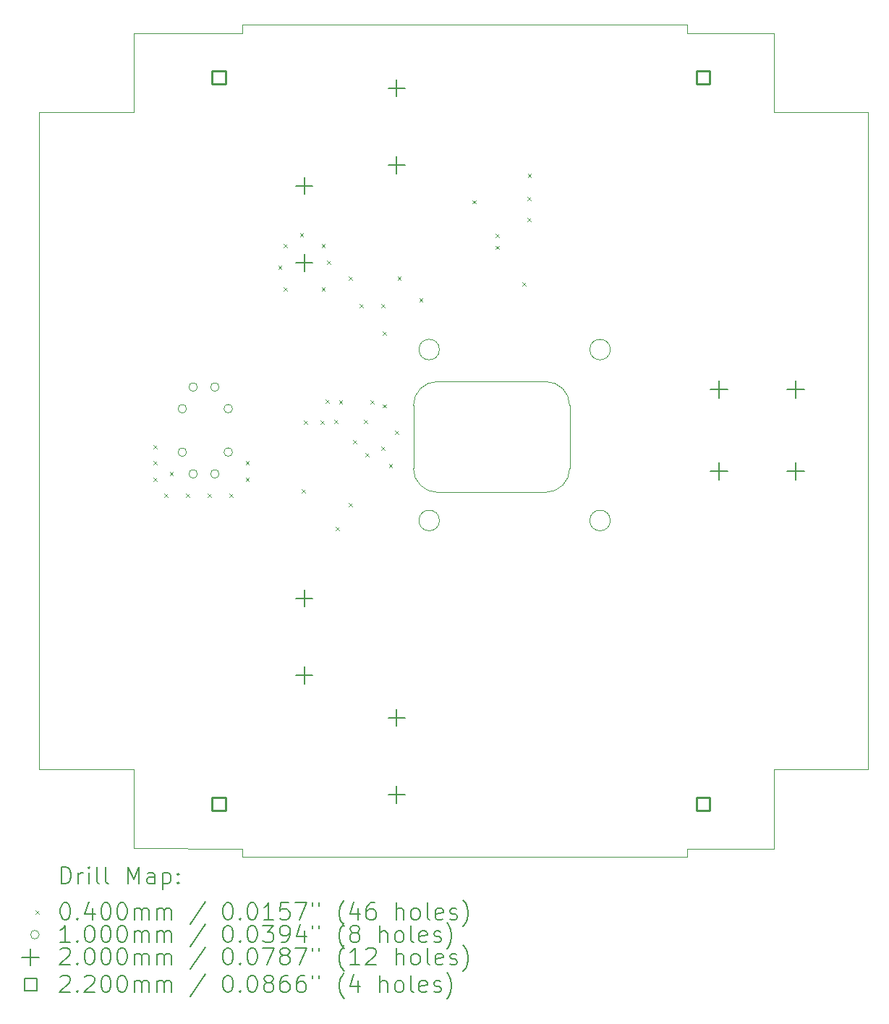
<source format=gbr>
%FSLAX45Y45*%
G04 Gerber Fmt 4.5, Leading zero omitted, Abs format (unit mm)*
G04 Created by KiCad (PCBNEW (6.0.5)) date 2022-07-09 16:01:30*
%MOMM*%
%LPD*%
G01*
G04 APERTURE LIST*
%TA.AperFunction,Profile*%
%ADD10C,0.050000*%
%TD*%
%ADD11C,0.200000*%
%ADD12C,0.040000*%
%ADD13C,0.100000*%
%ADD14C,0.220000*%
G04 APERTURE END LIST*
D10*
X17653000Y-4814000D02*
X18669000Y-4815840D01*
X17653000Y-14353800D02*
X17653000Y-14453800D01*
X12446000Y-14453800D02*
X12446000Y-14353800D01*
X17653000Y-14453800D02*
X12446000Y-14453800D01*
X11176000Y-14351000D02*
X12446000Y-14353800D01*
X17653000Y-14353800D02*
X18669000Y-14353800D01*
X14757000Y-10515500D02*
G75*
G03*
X14757000Y-10515500I-120000J0D01*
G01*
X16281400Y-9906000D02*
X16281400Y-9169400D01*
X16002000Y-10185400D02*
G75*
G03*
X16281400Y-9906000I0J279400D01*
G01*
X18669000Y-4815840D02*
X18669000Y-5740400D01*
X18669000Y-5740400D02*
X19771000Y-5740400D01*
X11176000Y-5737600D02*
X10074200Y-5737600D01*
X11176000Y-4813040D02*
X11176000Y-5737600D01*
X17653000Y-4714000D02*
X17653000Y-4814000D01*
X12446000Y-4714000D02*
X17653000Y-4714000D01*
X14757000Y-8515500D02*
G75*
G03*
X14757000Y-8515500I-120000J0D01*
G01*
X16002000Y-8890000D02*
X14732000Y-8890000D01*
X16757000Y-8515500D02*
G75*
G03*
X16757000Y-8515500I-120000J0D01*
G01*
X14732000Y-10185400D02*
X16002000Y-10185400D01*
X11176000Y-4813040D02*
X12446000Y-4814000D01*
X14452600Y-9169400D02*
X14452600Y-9906000D01*
X11176000Y-13426440D02*
X10074000Y-13426440D01*
X14732000Y-8890000D02*
G75*
G03*
X14452600Y-9169400I0J-279400D01*
G01*
X18669000Y-13429240D02*
X19770800Y-13429240D01*
X16757000Y-10515500D02*
G75*
G03*
X16757000Y-10515500I-120000J0D01*
G01*
X11176000Y-13426440D02*
X11176000Y-14351000D01*
X16281400Y-9169400D02*
G75*
G03*
X16002000Y-8890000I-279400J0D01*
G01*
X19771000Y-5740400D02*
X19770800Y-13429240D01*
X14452600Y-9906000D02*
G75*
G03*
X14732000Y-10185400I279400J0D01*
G01*
X10074200Y-5737600D02*
X10074000Y-13426440D01*
X12446000Y-4814000D02*
X12446000Y-4714000D01*
X18669000Y-13429240D02*
X18669000Y-14353800D01*
D11*
D12*
X11410000Y-9632000D02*
X11450000Y-9672000D01*
X11450000Y-9632000D02*
X11410000Y-9672000D01*
X11410000Y-9822500D02*
X11450000Y-9862500D01*
X11450000Y-9822500D02*
X11410000Y-9862500D01*
X11410000Y-10013000D02*
X11450000Y-10053000D01*
X11450000Y-10013000D02*
X11410000Y-10053000D01*
X11537000Y-10203500D02*
X11577000Y-10243500D01*
X11577000Y-10203500D02*
X11537000Y-10243500D01*
X11600500Y-9949500D02*
X11640500Y-9989500D01*
X11640500Y-9949500D02*
X11600500Y-9989500D01*
X11791000Y-10203500D02*
X11831000Y-10243500D01*
X11831000Y-10203500D02*
X11791000Y-10243500D01*
X12045000Y-10203500D02*
X12085000Y-10243500D01*
X12085000Y-10203500D02*
X12045000Y-10243500D01*
X12299000Y-10203500D02*
X12339000Y-10243500D01*
X12339000Y-10203500D02*
X12299000Y-10243500D01*
X12489500Y-9822500D02*
X12529500Y-9862500D01*
X12529500Y-9822500D02*
X12489500Y-9862500D01*
X12489500Y-10013000D02*
X12529500Y-10053000D01*
X12529500Y-10013000D02*
X12489500Y-10053000D01*
X12870500Y-7536500D02*
X12910500Y-7576500D01*
X12910500Y-7536500D02*
X12870500Y-7576500D01*
X12934000Y-7282500D02*
X12974000Y-7322500D01*
X12974000Y-7282500D02*
X12934000Y-7322500D01*
X12934000Y-7790500D02*
X12974000Y-7830500D01*
X12974000Y-7790500D02*
X12934000Y-7830500D01*
X13124500Y-7155500D02*
X13164500Y-7195500D01*
X13164500Y-7155500D02*
X13124500Y-7195500D01*
X13143550Y-10152700D02*
X13183550Y-10192700D01*
X13183550Y-10152700D02*
X13143550Y-10192700D01*
X13168950Y-9346250D02*
X13208950Y-9386250D01*
X13208950Y-9346250D02*
X13168950Y-9386250D01*
X13365800Y-9346250D02*
X13405800Y-9386250D01*
X13405800Y-9346250D02*
X13365800Y-9386250D01*
X13378500Y-7282500D02*
X13418500Y-7322500D01*
X13418500Y-7282500D02*
X13378500Y-7322500D01*
X13378500Y-7790500D02*
X13418500Y-7830500D01*
X13418500Y-7790500D02*
X13378500Y-7830500D01*
X13422950Y-9098600D02*
X13462950Y-9138600D01*
X13462950Y-9098600D02*
X13422950Y-9138600D01*
X13442000Y-7473000D02*
X13482000Y-7513000D01*
X13482000Y-7473000D02*
X13442000Y-7513000D01*
X13524550Y-9339900D02*
X13564550Y-9379900D01*
X13564550Y-9339900D02*
X13524550Y-9379900D01*
X13543600Y-10590850D02*
X13583600Y-10630850D01*
X13583600Y-10590850D02*
X13543600Y-10630850D01*
X13581700Y-9111300D02*
X13621700Y-9151300D01*
X13621700Y-9111300D02*
X13581700Y-9151300D01*
X13696000Y-7663500D02*
X13736000Y-7703500D01*
X13736000Y-7663500D02*
X13696000Y-7703500D01*
X13697500Y-10309950D02*
X13737500Y-10349950D01*
X13737500Y-10309950D02*
X13697500Y-10349950D01*
X13746800Y-9574850D02*
X13786800Y-9614850D01*
X13786800Y-9574850D02*
X13746800Y-9614850D01*
X13823000Y-7981000D02*
X13863000Y-8021000D01*
X13863000Y-7981000D02*
X13823000Y-8021000D01*
X13873800Y-9339900D02*
X13913800Y-9379900D01*
X13913800Y-9339900D02*
X13873800Y-9379900D01*
X13888321Y-9729071D02*
X13928321Y-9769071D01*
X13928321Y-9729071D02*
X13888321Y-9769071D01*
X13950000Y-9111300D02*
X13990000Y-9151300D01*
X13990000Y-9111300D02*
X13950000Y-9151300D01*
X14077000Y-7981000D02*
X14117000Y-8021000D01*
X14117000Y-7981000D02*
X14077000Y-8021000D01*
X14077000Y-9651050D02*
X14117000Y-9691050D01*
X14117000Y-9651050D02*
X14077000Y-9691050D01*
X14096050Y-8304850D02*
X14136050Y-8344850D01*
X14136050Y-8304850D02*
X14096050Y-8344850D01*
X14096050Y-9155750D02*
X14136050Y-9195750D01*
X14136050Y-9155750D02*
X14096050Y-9195750D01*
X14165900Y-9854250D02*
X14205900Y-9894250D01*
X14205900Y-9854250D02*
X14165900Y-9894250D01*
X14238400Y-9463200D02*
X14278400Y-9503200D01*
X14278400Y-9463200D02*
X14238400Y-9503200D01*
X14267500Y-7663500D02*
X14307500Y-7703500D01*
X14307500Y-7663500D02*
X14267500Y-7703500D01*
X14521500Y-7917500D02*
X14561500Y-7957500D01*
X14561500Y-7917500D02*
X14521500Y-7957500D01*
X15143800Y-6768150D02*
X15183800Y-6808150D01*
X15183800Y-6768150D02*
X15143800Y-6808150D01*
X15416850Y-7161850D02*
X15456850Y-7201850D01*
X15456850Y-7161850D02*
X15416850Y-7201850D01*
X15416850Y-7301550D02*
X15456850Y-7341550D01*
X15456850Y-7301550D02*
X15416850Y-7341550D01*
X15728000Y-7727000D02*
X15768000Y-7767000D01*
X15768000Y-7727000D02*
X15728000Y-7767000D01*
X15785150Y-6730050D02*
X15825150Y-6770050D01*
X15825150Y-6730050D02*
X15785150Y-6770050D01*
X15785150Y-6977700D02*
X15825150Y-7017700D01*
X15825150Y-6977700D02*
X15785150Y-7017700D01*
X15791500Y-6457000D02*
X15831500Y-6497000D01*
X15831500Y-6457000D02*
X15791500Y-6497000D01*
D13*
X11797500Y-9207500D02*
G75*
G03*
X11797500Y-9207500I-50000J0D01*
G01*
X11797500Y-9715500D02*
G75*
G03*
X11797500Y-9715500I-50000J0D01*
G01*
X11924500Y-8953500D02*
G75*
G03*
X11924500Y-8953500I-50000J0D01*
G01*
X11924500Y-9969500D02*
G75*
G03*
X11924500Y-9969500I-50000J0D01*
G01*
X12178500Y-8953500D02*
G75*
G03*
X12178500Y-8953500I-50000J0D01*
G01*
X12178500Y-9969500D02*
G75*
G03*
X12178500Y-9969500I-50000J0D01*
G01*
X12334500Y-9207500D02*
G75*
G03*
X12334500Y-9207500I-50000J0D01*
G01*
X12334500Y-9715500D02*
G75*
G03*
X12334500Y-9715500I-50000J0D01*
G01*
D11*
X13174500Y-6498500D02*
X13174500Y-6698500D01*
X13074500Y-6598500D02*
X13274500Y-6598500D01*
X13174500Y-7398500D02*
X13174500Y-7598500D01*
X13074500Y-7498500D02*
X13274500Y-7498500D01*
X13174500Y-11324500D02*
X13174500Y-11524500D01*
X13074500Y-11424500D02*
X13274500Y-11424500D01*
X13174500Y-12224500D02*
X13174500Y-12424500D01*
X13074500Y-12324500D02*
X13274500Y-12324500D01*
X14257500Y-5355500D02*
X14257500Y-5555500D01*
X14157500Y-5455500D02*
X14357500Y-5455500D01*
X14257500Y-6255500D02*
X14257500Y-6455500D01*
X14157500Y-6355500D02*
X14357500Y-6355500D01*
X14257500Y-12721500D02*
X14257500Y-12921500D01*
X14157500Y-12821500D02*
X14357500Y-12821500D01*
X14257500Y-13621500D02*
X14257500Y-13821500D01*
X14157500Y-13721500D02*
X14357500Y-13721500D01*
X18028500Y-8883500D02*
X18028500Y-9083500D01*
X17928500Y-8983500D02*
X18128500Y-8983500D01*
X18028500Y-9839500D02*
X18028500Y-10039500D01*
X17928500Y-9939500D02*
X18128500Y-9939500D01*
X18928500Y-8883500D02*
X18928500Y-9083500D01*
X18828500Y-8983500D02*
X19028500Y-8983500D01*
X18928500Y-9839500D02*
X18928500Y-10039500D01*
X18828500Y-9939500D02*
X19028500Y-9939500D01*
D14*
X12253782Y-5411783D02*
X12253782Y-5256218D01*
X12098217Y-5256218D01*
X12098217Y-5411783D01*
X12253782Y-5411783D01*
X12253782Y-13911782D02*
X12253782Y-13756217D01*
X12098217Y-13756217D01*
X12098217Y-13911782D01*
X12253782Y-13911782D01*
X17921183Y-5411783D02*
X17921183Y-5256218D01*
X17765618Y-5256218D01*
X17765618Y-5411783D01*
X17921183Y-5411783D01*
X17921183Y-13911782D02*
X17921183Y-13756217D01*
X17765618Y-13756217D01*
X17765618Y-13911782D01*
X17921183Y-13911782D01*
D11*
X10329119Y-14766776D02*
X10329119Y-14566776D01*
X10376738Y-14566776D01*
X10405310Y-14576300D01*
X10424357Y-14595348D01*
X10433881Y-14614395D01*
X10443405Y-14652490D01*
X10443405Y-14681062D01*
X10433881Y-14719157D01*
X10424357Y-14738205D01*
X10405310Y-14757252D01*
X10376738Y-14766776D01*
X10329119Y-14766776D01*
X10529119Y-14766776D02*
X10529119Y-14633443D01*
X10529119Y-14671538D02*
X10538643Y-14652490D01*
X10548167Y-14642967D01*
X10567214Y-14633443D01*
X10586262Y-14633443D01*
X10652929Y-14766776D02*
X10652929Y-14633443D01*
X10652929Y-14566776D02*
X10643405Y-14576300D01*
X10652929Y-14585824D01*
X10662452Y-14576300D01*
X10652929Y-14566776D01*
X10652929Y-14585824D01*
X10776738Y-14766776D02*
X10757690Y-14757252D01*
X10748167Y-14738205D01*
X10748167Y-14566776D01*
X10881500Y-14766776D02*
X10862452Y-14757252D01*
X10852929Y-14738205D01*
X10852929Y-14566776D01*
X11110071Y-14766776D02*
X11110071Y-14566776D01*
X11176738Y-14709633D01*
X11243405Y-14566776D01*
X11243405Y-14766776D01*
X11424357Y-14766776D02*
X11424357Y-14662014D01*
X11414833Y-14642967D01*
X11395786Y-14633443D01*
X11357690Y-14633443D01*
X11338643Y-14642967D01*
X11424357Y-14757252D02*
X11405309Y-14766776D01*
X11357690Y-14766776D01*
X11338643Y-14757252D01*
X11329119Y-14738205D01*
X11329119Y-14719157D01*
X11338643Y-14700109D01*
X11357690Y-14690586D01*
X11405309Y-14690586D01*
X11424357Y-14681062D01*
X11519595Y-14633443D02*
X11519595Y-14833443D01*
X11519595Y-14642967D02*
X11538643Y-14633443D01*
X11576738Y-14633443D01*
X11595786Y-14642967D01*
X11605309Y-14652490D01*
X11614833Y-14671538D01*
X11614833Y-14728681D01*
X11605309Y-14747728D01*
X11595786Y-14757252D01*
X11576738Y-14766776D01*
X11538643Y-14766776D01*
X11519595Y-14757252D01*
X11700548Y-14747728D02*
X11710071Y-14757252D01*
X11700548Y-14766776D01*
X11691024Y-14757252D01*
X11700548Y-14747728D01*
X11700548Y-14766776D01*
X11700548Y-14642967D02*
X11710071Y-14652490D01*
X11700548Y-14662014D01*
X11691024Y-14652490D01*
X11700548Y-14642967D01*
X11700548Y-14662014D01*
D12*
X10031500Y-15076300D02*
X10071500Y-15116300D01*
X10071500Y-15076300D02*
X10031500Y-15116300D01*
D11*
X10367214Y-14986776D02*
X10386262Y-14986776D01*
X10405310Y-14996300D01*
X10414833Y-15005824D01*
X10424357Y-15024871D01*
X10433881Y-15062967D01*
X10433881Y-15110586D01*
X10424357Y-15148681D01*
X10414833Y-15167728D01*
X10405310Y-15177252D01*
X10386262Y-15186776D01*
X10367214Y-15186776D01*
X10348167Y-15177252D01*
X10338643Y-15167728D01*
X10329119Y-15148681D01*
X10319595Y-15110586D01*
X10319595Y-15062967D01*
X10329119Y-15024871D01*
X10338643Y-15005824D01*
X10348167Y-14996300D01*
X10367214Y-14986776D01*
X10519595Y-15167728D02*
X10529119Y-15177252D01*
X10519595Y-15186776D01*
X10510071Y-15177252D01*
X10519595Y-15167728D01*
X10519595Y-15186776D01*
X10700548Y-15053443D02*
X10700548Y-15186776D01*
X10652929Y-14977252D02*
X10605310Y-15120109D01*
X10729119Y-15120109D01*
X10843405Y-14986776D02*
X10862452Y-14986776D01*
X10881500Y-14996300D01*
X10891024Y-15005824D01*
X10900548Y-15024871D01*
X10910071Y-15062967D01*
X10910071Y-15110586D01*
X10900548Y-15148681D01*
X10891024Y-15167728D01*
X10881500Y-15177252D01*
X10862452Y-15186776D01*
X10843405Y-15186776D01*
X10824357Y-15177252D01*
X10814833Y-15167728D01*
X10805310Y-15148681D01*
X10795786Y-15110586D01*
X10795786Y-15062967D01*
X10805310Y-15024871D01*
X10814833Y-15005824D01*
X10824357Y-14996300D01*
X10843405Y-14986776D01*
X11033881Y-14986776D02*
X11052929Y-14986776D01*
X11071976Y-14996300D01*
X11081500Y-15005824D01*
X11091024Y-15024871D01*
X11100548Y-15062967D01*
X11100548Y-15110586D01*
X11091024Y-15148681D01*
X11081500Y-15167728D01*
X11071976Y-15177252D01*
X11052929Y-15186776D01*
X11033881Y-15186776D01*
X11014833Y-15177252D01*
X11005310Y-15167728D01*
X10995786Y-15148681D01*
X10986262Y-15110586D01*
X10986262Y-15062967D01*
X10995786Y-15024871D01*
X11005310Y-15005824D01*
X11014833Y-14996300D01*
X11033881Y-14986776D01*
X11186262Y-15186776D02*
X11186262Y-15053443D01*
X11186262Y-15072490D02*
X11195786Y-15062967D01*
X11214833Y-15053443D01*
X11243405Y-15053443D01*
X11262452Y-15062967D01*
X11271976Y-15082014D01*
X11271976Y-15186776D01*
X11271976Y-15082014D02*
X11281500Y-15062967D01*
X11300548Y-15053443D01*
X11329119Y-15053443D01*
X11348167Y-15062967D01*
X11357690Y-15082014D01*
X11357690Y-15186776D01*
X11452928Y-15186776D02*
X11452928Y-15053443D01*
X11452928Y-15072490D02*
X11462452Y-15062967D01*
X11481500Y-15053443D01*
X11510071Y-15053443D01*
X11529119Y-15062967D01*
X11538643Y-15082014D01*
X11538643Y-15186776D01*
X11538643Y-15082014D02*
X11548167Y-15062967D01*
X11567214Y-15053443D01*
X11595786Y-15053443D01*
X11614833Y-15062967D01*
X11624357Y-15082014D01*
X11624357Y-15186776D01*
X12014833Y-14977252D02*
X11843405Y-15234395D01*
X12271976Y-14986776D02*
X12291024Y-14986776D01*
X12310071Y-14996300D01*
X12319595Y-15005824D01*
X12329119Y-15024871D01*
X12338643Y-15062967D01*
X12338643Y-15110586D01*
X12329119Y-15148681D01*
X12319595Y-15167728D01*
X12310071Y-15177252D01*
X12291024Y-15186776D01*
X12271976Y-15186776D01*
X12252928Y-15177252D01*
X12243405Y-15167728D01*
X12233881Y-15148681D01*
X12224357Y-15110586D01*
X12224357Y-15062967D01*
X12233881Y-15024871D01*
X12243405Y-15005824D01*
X12252928Y-14996300D01*
X12271976Y-14986776D01*
X12424357Y-15167728D02*
X12433881Y-15177252D01*
X12424357Y-15186776D01*
X12414833Y-15177252D01*
X12424357Y-15167728D01*
X12424357Y-15186776D01*
X12557690Y-14986776D02*
X12576738Y-14986776D01*
X12595786Y-14996300D01*
X12605309Y-15005824D01*
X12614833Y-15024871D01*
X12624357Y-15062967D01*
X12624357Y-15110586D01*
X12614833Y-15148681D01*
X12605309Y-15167728D01*
X12595786Y-15177252D01*
X12576738Y-15186776D01*
X12557690Y-15186776D01*
X12538643Y-15177252D01*
X12529119Y-15167728D01*
X12519595Y-15148681D01*
X12510071Y-15110586D01*
X12510071Y-15062967D01*
X12519595Y-15024871D01*
X12529119Y-15005824D01*
X12538643Y-14996300D01*
X12557690Y-14986776D01*
X12814833Y-15186776D02*
X12700548Y-15186776D01*
X12757690Y-15186776D02*
X12757690Y-14986776D01*
X12738643Y-15015348D01*
X12719595Y-15034395D01*
X12700548Y-15043919D01*
X12995786Y-14986776D02*
X12900548Y-14986776D01*
X12891024Y-15082014D01*
X12900548Y-15072490D01*
X12919595Y-15062967D01*
X12967214Y-15062967D01*
X12986262Y-15072490D01*
X12995786Y-15082014D01*
X13005309Y-15101062D01*
X13005309Y-15148681D01*
X12995786Y-15167728D01*
X12986262Y-15177252D01*
X12967214Y-15186776D01*
X12919595Y-15186776D01*
X12900548Y-15177252D01*
X12891024Y-15167728D01*
X13071976Y-14986776D02*
X13205309Y-14986776D01*
X13119595Y-15186776D01*
X13271976Y-14986776D02*
X13271976Y-15024871D01*
X13348167Y-14986776D02*
X13348167Y-15024871D01*
X13643405Y-15262967D02*
X13633881Y-15253443D01*
X13614833Y-15224871D01*
X13605309Y-15205824D01*
X13595786Y-15177252D01*
X13586262Y-15129633D01*
X13586262Y-15091538D01*
X13595786Y-15043919D01*
X13605309Y-15015348D01*
X13614833Y-14996300D01*
X13633881Y-14967728D01*
X13643405Y-14958205D01*
X13805309Y-15053443D02*
X13805309Y-15186776D01*
X13757690Y-14977252D02*
X13710071Y-15120109D01*
X13833881Y-15120109D01*
X13995786Y-14986776D02*
X13957690Y-14986776D01*
X13938643Y-14996300D01*
X13929119Y-15005824D01*
X13910071Y-15034395D01*
X13900548Y-15072490D01*
X13900548Y-15148681D01*
X13910071Y-15167728D01*
X13919595Y-15177252D01*
X13938643Y-15186776D01*
X13976738Y-15186776D01*
X13995786Y-15177252D01*
X14005309Y-15167728D01*
X14014833Y-15148681D01*
X14014833Y-15101062D01*
X14005309Y-15082014D01*
X13995786Y-15072490D01*
X13976738Y-15062967D01*
X13938643Y-15062967D01*
X13919595Y-15072490D01*
X13910071Y-15082014D01*
X13900548Y-15101062D01*
X14252928Y-15186776D02*
X14252928Y-14986776D01*
X14338643Y-15186776D02*
X14338643Y-15082014D01*
X14329119Y-15062967D01*
X14310071Y-15053443D01*
X14281500Y-15053443D01*
X14262452Y-15062967D01*
X14252928Y-15072490D01*
X14462452Y-15186776D02*
X14443405Y-15177252D01*
X14433881Y-15167728D01*
X14424357Y-15148681D01*
X14424357Y-15091538D01*
X14433881Y-15072490D01*
X14443405Y-15062967D01*
X14462452Y-15053443D01*
X14491024Y-15053443D01*
X14510071Y-15062967D01*
X14519595Y-15072490D01*
X14529119Y-15091538D01*
X14529119Y-15148681D01*
X14519595Y-15167728D01*
X14510071Y-15177252D01*
X14491024Y-15186776D01*
X14462452Y-15186776D01*
X14643405Y-15186776D02*
X14624357Y-15177252D01*
X14614833Y-15158205D01*
X14614833Y-14986776D01*
X14795786Y-15177252D02*
X14776738Y-15186776D01*
X14738643Y-15186776D01*
X14719595Y-15177252D01*
X14710071Y-15158205D01*
X14710071Y-15082014D01*
X14719595Y-15062967D01*
X14738643Y-15053443D01*
X14776738Y-15053443D01*
X14795786Y-15062967D01*
X14805309Y-15082014D01*
X14805309Y-15101062D01*
X14710071Y-15120109D01*
X14881500Y-15177252D02*
X14900548Y-15186776D01*
X14938643Y-15186776D01*
X14957690Y-15177252D01*
X14967214Y-15158205D01*
X14967214Y-15148681D01*
X14957690Y-15129633D01*
X14938643Y-15120109D01*
X14910071Y-15120109D01*
X14891024Y-15110586D01*
X14881500Y-15091538D01*
X14881500Y-15082014D01*
X14891024Y-15062967D01*
X14910071Y-15053443D01*
X14938643Y-15053443D01*
X14957690Y-15062967D01*
X15033881Y-15262967D02*
X15043405Y-15253443D01*
X15062452Y-15224871D01*
X15071976Y-15205824D01*
X15081500Y-15177252D01*
X15091024Y-15129633D01*
X15091024Y-15091538D01*
X15081500Y-15043919D01*
X15071976Y-15015348D01*
X15062452Y-14996300D01*
X15043405Y-14967728D01*
X15033881Y-14958205D01*
D13*
X10071500Y-15360300D02*
G75*
G03*
X10071500Y-15360300I-50000J0D01*
G01*
D11*
X10433881Y-15450776D02*
X10319595Y-15450776D01*
X10376738Y-15450776D02*
X10376738Y-15250776D01*
X10357690Y-15279348D01*
X10338643Y-15298395D01*
X10319595Y-15307919D01*
X10519595Y-15431728D02*
X10529119Y-15441252D01*
X10519595Y-15450776D01*
X10510071Y-15441252D01*
X10519595Y-15431728D01*
X10519595Y-15450776D01*
X10652929Y-15250776D02*
X10671976Y-15250776D01*
X10691024Y-15260300D01*
X10700548Y-15269824D01*
X10710071Y-15288871D01*
X10719595Y-15326967D01*
X10719595Y-15374586D01*
X10710071Y-15412681D01*
X10700548Y-15431728D01*
X10691024Y-15441252D01*
X10671976Y-15450776D01*
X10652929Y-15450776D01*
X10633881Y-15441252D01*
X10624357Y-15431728D01*
X10614833Y-15412681D01*
X10605310Y-15374586D01*
X10605310Y-15326967D01*
X10614833Y-15288871D01*
X10624357Y-15269824D01*
X10633881Y-15260300D01*
X10652929Y-15250776D01*
X10843405Y-15250776D02*
X10862452Y-15250776D01*
X10881500Y-15260300D01*
X10891024Y-15269824D01*
X10900548Y-15288871D01*
X10910071Y-15326967D01*
X10910071Y-15374586D01*
X10900548Y-15412681D01*
X10891024Y-15431728D01*
X10881500Y-15441252D01*
X10862452Y-15450776D01*
X10843405Y-15450776D01*
X10824357Y-15441252D01*
X10814833Y-15431728D01*
X10805310Y-15412681D01*
X10795786Y-15374586D01*
X10795786Y-15326967D01*
X10805310Y-15288871D01*
X10814833Y-15269824D01*
X10824357Y-15260300D01*
X10843405Y-15250776D01*
X11033881Y-15250776D02*
X11052929Y-15250776D01*
X11071976Y-15260300D01*
X11081500Y-15269824D01*
X11091024Y-15288871D01*
X11100548Y-15326967D01*
X11100548Y-15374586D01*
X11091024Y-15412681D01*
X11081500Y-15431728D01*
X11071976Y-15441252D01*
X11052929Y-15450776D01*
X11033881Y-15450776D01*
X11014833Y-15441252D01*
X11005310Y-15431728D01*
X10995786Y-15412681D01*
X10986262Y-15374586D01*
X10986262Y-15326967D01*
X10995786Y-15288871D01*
X11005310Y-15269824D01*
X11014833Y-15260300D01*
X11033881Y-15250776D01*
X11186262Y-15450776D02*
X11186262Y-15317443D01*
X11186262Y-15336490D02*
X11195786Y-15326967D01*
X11214833Y-15317443D01*
X11243405Y-15317443D01*
X11262452Y-15326967D01*
X11271976Y-15346014D01*
X11271976Y-15450776D01*
X11271976Y-15346014D02*
X11281500Y-15326967D01*
X11300548Y-15317443D01*
X11329119Y-15317443D01*
X11348167Y-15326967D01*
X11357690Y-15346014D01*
X11357690Y-15450776D01*
X11452928Y-15450776D02*
X11452928Y-15317443D01*
X11452928Y-15336490D02*
X11462452Y-15326967D01*
X11481500Y-15317443D01*
X11510071Y-15317443D01*
X11529119Y-15326967D01*
X11538643Y-15346014D01*
X11538643Y-15450776D01*
X11538643Y-15346014D02*
X11548167Y-15326967D01*
X11567214Y-15317443D01*
X11595786Y-15317443D01*
X11614833Y-15326967D01*
X11624357Y-15346014D01*
X11624357Y-15450776D01*
X12014833Y-15241252D02*
X11843405Y-15498395D01*
X12271976Y-15250776D02*
X12291024Y-15250776D01*
X12310071Y-15260300D01*
X12319595Y-15269824D01*
X12329119Y-15288871D01*
X12338643Y-15326967D01*
X12338643Y-15374586D01*
X12329119Y-15412681D01*
X12319595Y-15431728D01*
X12310071Y-15441252D01*
X12291024Y-15450776D01*
X12271976Y-15450776D01*
X12252928Y-15441252D01*
X12243405Y-15431728D01*
X12233881Y-15412681D01*
X12224357Y-15374586D01*
X12224357Y-15326967D01*
X12233881Y-15288871D01*
X12243405Y-15269824D01*
X12252928Y-15260300D01*
X12271976Y-15250776D01*
X12424357Y-15431728D02*
X12433881Y-15441252D01*
X12424357Y-15450776D01*
X12414833Y-15441252D01*
X12424357Y-15431728D01*
X12424357Y-15450776D01*
X12557690Y-15250776D02*
X12576738Y-15250776D01*
X12595786Y-15260300D01*
X12605309Y-15269824D01*
X12614833Y-15288871D01*
X12624357Y-15326967D01*
X12624357Y-15374586D01*
X12614833Y-15412681D01*
X12605309Y-15431728D01*
X12595786Y-15441252D01*
X12576738Y-15450776D01*
X12557690Y-15450776D01*
X12538643Y-15441252D01*
X12529119Y-15431728D01*
X12519595Y-15412681D01*
X12510071Y-15374586D01*
X12510071Y-15326967D01*
X12519595Y-15288871D01*
X12529119Y-15269824D01*
X12538643Y-15260300D01*
X12557690Y-15250776D01*
X12691024Y-15250776D02*
X12814833Y-15250776D01*
X12748167Y-15326967D01*
X12776738Y-15326967D01*
X12795786Y-15336490D01*
X12805309Y-15346014D01*
X12814833Y-15365062D01*
X12814833Y-15412681D01*
X12805309Y-15431728D01*
X12795786Y-15441252D01*
X12776738Y-15450776D01*
X12719595Y-15450776D01*
X12700548Y-15441252D01*
X12691024Y-15431728D01*
X12910071Y-15450776D02*
X12948167Y-15450776D01*
X12967214Y-15441252D01*
X12976738Y-15431728D01*
X12995786Y-15403157D01*
X13005309Y-15365062D01*
X13005309Y-15288871D01*
X12995786Y-15269824D01*
X12986262Y-15260300D01*
X12967214Y-15250776D01*
X12929119Y-15250776D01*
X12910071Y-15260300D01*
X12900548Y-15269824D01*
X12891024Y-15288871D01*
X12891024Y-15336490D01*
X12900548Y-15355538D01*
X12910071Y-15365062D01*
X12929119Y-15374586D01*
X12967214Y-15374586D01*
X12986262Y-15365062D01*
X12995786Y-15355538D01*
X13005309Y-15336490D01*
X13176738Y-15317443D02*
X13176738Y-15450776D01*
X13129119Y-15241252D02*
X13081500Y-15384109D01*
X13205309Y-15384109D01*
X13271976Y-15250776D02*
X13271976Y-15288871D01*
X13348167Y-15250776D02*
X13348167Y-15288871D01*
X13643405Y-15526967D02*
X13633881Y-15517443D01*
X13614833Y-15488871D01*
X13605309Y-15469824D01*
X13595786Y-15441252D01*
X13586262Y-15393633D01*
X13586262Y-15355538D01*
X13595786Y-15307919D01*
X13605309Y-15279348D01*
X13614833Y-15260300D01*
X13633881Y-15231728D01*
X13643405Y-15222205D01*
X13748167Y-15336490D02*
X13729119Y-15326967D01*
X13719595Y-15317443D01*
X13710071Y-15298395D01*
X13710071Y-15288871D01*
X13719595Y-15269824D01*
X13729119Y-15260300D01*
X13748167Y-15250776D01*
X13786262Y-15250776D01*
X13805309Y-15260300D01*
X13814833Y-15269824D01*
X13824357Y-15288871D01*
X13824357Y-15298395D01*
X13814833Y-15317443D01*
X13805309Y-15326967D01*
X13786262Y-15336490D01*
X13748167Y-15336490D01*
X13729119Y-15346014D01*
X13719595Y-15355538D01*
X13710071Y-15374586D01*
X13710071Y-15412681D01*
X13719595Y-15431728D01*
X13729119Y-15441252D01*
X13748167Y-15450776D01*
X13786262Y-15450776D01*
X13805309Y-15441252D01*
X13814833Y-15431728D01*
X13824357Y-15412681D01*
X13824357Y-15374586D01*
X13814833Y-15355538D01*
X13805309Y-15346014D01*
X13786262Y-15336490D01*
X14062452Y-15450776D02*
X14062452Y-15250776D01*
X14148167Y-15450776D02*
X14148167Y-15346014D01*
X14138643Y-15326967D01*
X14119595Y-15317443D01*
X14091024Y-15317443D01*
X14071976Y-15326967D01*
X14062452Y-15336490D01*
X14271976Y-15450776D02*
X14252928Y-15441252D01*
X14243405Y-15431728D01*
X14233881Y-15412681D01*
X14233881Y-15355538D01*
X14243405Y-15336490D01*
X14252928Y-15326967D01*
X14271976Y-15317443D01*
X14300548Y-15317443D01*
X14319595Y-15326967D01*
X14329119Y-15336490D01*
X14338643Y-15355538D01*
X14338643Y-15412681D01*
X14329119Y-15431728D01*
X14319595Y-15441252D01*
X14300548Y-15450776D01*
X14271976Y-15450776D01*
X14452928Y-15450776D02*
X14433881Y-15441252D01*
X14424357Y-15422205D01*
X14424357Y-15250776D01*
X14605309Y-15441252D02*
X14586262Y-15450776D01*
X14548167Y-15450776D01*
X14529119Y-15441252D01*
X14519595Y-15422205D01*
X14519595Y-15346014D01*
X14529119Y-15326967D01*
X14548167Y-15317443D01*
X14586262Y-15317443D01*
X14605309Y-15326967D01*
X14614833Y-15346014D01*
X14614833Y-15365062D01*
X14519595Y-15384109D01*
X14691024Y-15441252D02*
X14710071Y-15450776D01*
X14748167Y-15450776D01*
X14767214Y-15441252D01*
X14776738Y-15422205D01*
X14776738Y-15412681D01*
X14767214Y-15393633D01*
X14748167Y-15384109D01*
X14719595Y-15384109D01*
X14700548Y-15374586D01*
X14691024Y-15355538D01*
X14691024Y-15346014D01*
X14700548Y-15326967D01*
X14719595Y-15317443D01*
X14748167Y-15317443D01*
X14767214Y-15326967D01*
X14843405Y-15526967D02*
X14852928Y-15517443D01*
X14871976Y-15488871D01*
X14881500Y-15469824D01*
X14891024Y-15441252D01*
X14900548Y-15393633D01*
X14900548Y-15355538D01*
X14891024Y-15307919D01*
X14881500Y-15279348D01*
X14871976Y-15260300D01*
X14852928Y-15231728D01*
X14843405Y-15222205D01*
X9971500Y-15524300D02*
X9971500Y-15724300D01*
X9871500Y-15624300D02*
X10071500Y-15624300D01*
X10319595Y-15533824D02*
X10329119Y-15524300D01*
X10348167Y-15514776D01*
X10395786Y-15514776D01*
X10414833Y-15524300D01*
X10424357Y-15533824D01*
X10433881Y-15552871D01*
X10433881Y-15571919D01*
X10424357Y-15600490D01*
X10310071Y-15714776D01*
X10433881Y-15714776D01*
X10519595Y-15695728D02*
X10529119Y-15705252D01*
X10519595Y-15714776D01*
X10510071Y-15705252D01*
X10519595Y-15695728D01*
X10519595Y-15714776D01*
X10652929Y-15514776D02*
X10671976Y-15514776D01*
X10691024Y-15524300D01*
X10700548Y-15533824D01*
X10710071Y-15552871D01*
X10719595Y-15590967D01*
X10719595Y-15638586D01*
X10710071Y-15676681D01*
X10700548Y-15695728D01*
X10691024Y-15705252D01*
X10671976Y-15714776D01*
X10652929Y-15714776D01*
X10633881Y-15705252D01*
X10624357Y-15695728D01*
X10614833Y-15676681D01*
X10605310Y-15638586D01*
X10605310Y-15590967D01*
X10614833Y-15552871D01*
X10624357Y-15533824D01*
X10633881Y-15524300D01*
X10652929Y-15514776D01*
X10843405Y-15514776D02*
X10862452Y-15514776D01*
X10881500Y-15524300D01*
X10891024Y-15533824D01*
X10900548Y-15552871D01*
X10910071Y-15590967D01*
X10910071Y-15638586D01*
X10900548Y-15676681D01*
X10891024Y-15695728D01*
X10881500Y-15705252D01*
X10862452Y-15714776D01*
X10843405Y-15714776D01*
X10824357Y-15705252D01*
X10814833Y-15695728D01*
X10805310Y-15676681D01*
X10795786Y-15638586D01*
X10795786Y-15590967D01*
X10805310Y-15552871D01*
X10814833Y-15533824D01*
X10824357Y-15524300D01*
X10843405Y-15514776D01*
X11033881Y-15514776D02*
X11052929Y-15514776D01*
X11071976Y-15524300D01*
X11081500Y-15533824D01*
X11091024Y-15552871D01*
X11100548Y-15590967D01*
X11100548Y-15638586D01*
X11091024Y-15676681D01*
X11081500Y-15695728D01*
X11071976Y-15705252D01*
X11052929Y-15714776D01*
X11033881Y-15714776D01*
X11014833Y-15705252D01*
X11005310Y-15695728D01*
X10995786Y-15676681D01*
X10986262Y-15638586D01*
X10986262Y-15590967D01*
X10995786Y-15552871D01*
X11005310Y-15533824D01*
X11014833Y-15524300D01*
X11033881Y-15514776D01*
X11186262Y-15714776D02*
X11186262Y-15581443D01*
X11186262Y-15600490D02*
X11195786Y-15590967D01*
X11214833Y-15581443D01*
X11243405Y-15581443D01*
X11262452Y-15590967D01*
X11271976Y-15610014D01*
X11271976Y-15714776D01*
X11271976Y-15610014D02*
X11281500Y-15590967D01*
X11300548Y-15581443D01*
X11329119Y-15581443D01*
X11348167Y-15590967D01*
X11357690Y-15610014D01*
X11357690Y-15714776D01*
X11452928Y-15714776D02*
X11452928Y-15581443D01*
X11452928Y-15600490D02*
X11462452Y-15590967D01*
X11481500Y-15581443D01*
X11510071Y-15581443D01*
X11529119Y-15590967D01*
X11538643Y-15610014D01*
X11538643Y-15714776D01*
X11538643Y-15610014D02*
X11548167Y-15590967D01*
X11567214Y-15581443D01*
X11595786Y-15581443D01*
X11614833Y-15590967D01*
X11624357Y-15610014D01*
X11624357Y-15714776D01*
X12014833Y-15505252D02*
X11843405Y-15762395D01*
X12271976Y-15514776D02*
X12291024Y-15514776D01*
X12310071Y-15524300D01*
X12319595Y-15533824D01*
X12329119Y-15552871D01*
X12338643Y-15590967D01*
X12338643Y-15638586D01*
X12329119Y-15676681D01*
X12319595Y-15695728D01*
X12310071Y-15705252D01*
X12291024Y-15714776D01*
X12271976Y-15714776D01*
X12252928Y-15705252D01*
X12243405Y-15695728D01*
X12233881Y-15676681D01*
X12224357Y-15638586D01*
X12224357Y-15590967D01*
X12233881Y-15552871D01*
X12243405Y-15533824D01*
X12252928Y-15524300D01*
X12271976Y-15514776D01*
X12424357Y-15695728D02*
X12433881Y-15705252D01*
X12424357Y-15714776D01*
X12414833Y-15705252D01*
X12424357Y-15695728D01*
X12424357Y-15714776D01*
X12557690Y-15514776D02*
X12576738Y-15514776D01*
X12595786Y-15524300D01*
X12605309Y-15533824D01*
X12614833Y-15552871D01*
X12624357Y-15590967D01*
X12624357Y-15638586D01*
X12614833Y-15676681D01*
X12605309Y-15695728D01*
X12595786Y-15705252D01*
X12576738Y-15714776D01*
X12557690Y-15714776D01*
X12538643Y-15705252D01*
X12529119Y-15695728D01*
X12519595Y-15676681D01*
X12510071Y-15638586D01*
X12510071Y-15590967D01*
X12519595Y-15552871D01*
X12529119Y-15533824D01*
X12538643Y-15524300D01*
X12557690Y-15514776D01*
X12691024Y-15514776D02*
X12824357Y-15514776D01*
X12738643Y-15714776D01*
X12929119Y-15600490D02*
X12910071Y-15590967D01*
X12900548Y-15581443D01*
X12891024Y-15562395D01*
X12891024Y-15552871D01*
X12900548Y-15533824D01*
X12910071Y-15524300D01*
X12929119Y-15514776D01*
X12967214Y-15514776D01*
X12986262Y-15524300D01*
X12995786Y-15533824D01*
X13005309Y-15552871D01*
X13005309Y-15562395D01*
X12995786Y-15581443D01*
X12986262Y-15590967D01*
X12967214Y-15600490D01*
X12929119Y-15600490D01*
X12910071Y-15610014D01*
X12900548Y-15619538D01*
X12891024Y-15638586D01*
X12891024Y-15676681D01*
X12900548Y-15695728D01*
X12910071Y-15705252D01*
X12929119Y-15714776D01*
X12967214Y-15714776D01*
X12986262Y-15705252D01*
X12995786Y-15695728D01*
X13005309Y-15676681D01*
X13005309Y-15638586D01*
X12995786Y-15619538D01*
X12986262Y-15610014D01*
X12967214Y-15600490D01*
X13071976Y-15514776D02*
X13205309Y-15514776D01*
X13119595Y-15714776D01*
X13271976Y-15514776D02*
X13271976Y-15552871D01*
X13348167Y-15514776D02*
X13348167Y-15552871D01*
X13643405Y-15790967D02*
X13633881Y-15781443D01*
X13614833Y-15752871D01*
X13605309Y-15733824D01*
X13595786Y-15705252D01*
X13586262Y-15657633D01*
X13586262Y-15619538D01*
X13595786Y-15571919D01*
X13605309Y-15543348D01*
X13614833Y-15524300D01*
X13633881Y-15495728D01*
X13643405Y-15486205D01*
X13824357Y-15714776D02*
X13710071Y-15714776D01*
X13767214Y-15714776D02*
X13767214Y-15514776D01*
X13748167Y-15543348D01*
X13729119Y-15562395D01*
X13710071Y-15571919D01*
X13900548Y-15533824D02*
X13910071Y-15524300D01*
X13929119Y-15514776D01*
X13976738Y-15514776D01*
X13995786Y-15524300D01*
X14005309Y-15533824D01*
X14014833Y-15552871D01*
X14014833Y-15571919D01*
X14005309Y-15600490D01*
X13891024Y-15714776D01*
X14014833Y-15714776D01*
X14252928Y-15714776D02*
X14252928Y-15514776D01*
X14338643Y-15714776D02*
X14338643Y-15610014D01*
X14329119Y-15590967D01*
X14310071Y-15581443D01*
X14281500Y-15581443D01*
X14262452Y-15590967D01*
X14252928Y-15600490D01*
X14462452Y-15714776D02*
X14443405Y-15705252D01*
X14433881Y-15695728D01*
X14424357Y-15676681D01*
X14424357Y-15619538D01*
X14433881Y-15600490D01*
X14443405Y-15590967D01*
X14462452Y-15581443D01*
X14491024Y-15581443D01*
X14510071Y-15590967D01*
X14519595Y-15600490D01*
X14529119Y-15619538D01*
X14529119Y-15676681D01*
X14519595Y-15695728D01*
X14510071Y-15705252D01*
X14491024Y-15714776D01*
X14462452Y-15714776D01*
X14643405Y-15714776D02*
X14624357Y-15705252D01*
X14614833Y-15686205D01*
X14614833Y-15514776D01*
X14795786Y-15705252D02*
X14776738Y-15714776D01*
X14738643Y-15714776D01*
X14719595Y-15705252D01*
X14710071Y-15686205D01*
X14710071Y-15610014D01*
X14719595Y-15590967D01*
X14738643Y-15581443D01*
X14776738Y-15581443D01*
X14795786Y-15590967D01*
X14805309Y-15610014D01*
X14805309Y-15629062D01*
X14710071Y-15648109D01*
X14881500Y-15705252D02*
X14900548Y-15714776D01*
X14938643Y-15714776D01*
X14957690Y-15705252D01*
X14967214Y-15686205D01*
X14967214Y-15676681D01*
X14957690Y-15657633D01*
X14938643Y-15648109D01*
X14910071Y-15648109D01*
X14891024Y-15638586D01*
X14881500Y-15619538D01*
X14881500Y-15610014D01*
X14891024Y-15590967D01*
X14910071Y-15581443D01*
X14938643Y-15581443D01*
X14957690Y-15590967D01*
X15033881Y-15790967D02*
X15043405Y-15781443D01*
X15062452Y-15752871D01*
X15071976Y-15733824D01*
X15081500Y-15705252D01*
X15091024Y-15657633D01*
X15091024Y-15619538D01*
X15081500Y-15571919D01*
X15071976Y-15543348D01*
X15062452Y-15524300D01*
X15043405Y-15495728D01*
X15033881Y-15486205D01*
X10042211Y-16015011D02*
X10042211Y-15873589D01*
X9900789Y-15873589D01*
X9900789Y-16015011D01*
X10042211Y-16015011D01*
X10319595Y-15853824D02*
X10329119Y-15844300D01*
X10348167Y-15834776D01*
X10395786Y-15834776D01*
X10414833Y-15844300D01*
X10424357Y-15853824D01*
X10433881Y-15872871D01*
X10433881Y-15891919D01*
X10424357Y-15920490D01*
X10310071Y-16034776D01*
X10433881Y-16034776D01*
X10519595Y-16015728D02*
X10529119Y-16025252D01*
X10519595Y-16034776D01*
X10510071Y-16025252D01*
X10519595Y-16015728D01*
X10519595Y-16034776D01*
X10605310Y-15853824D02*
X10614833Y-15844300D01*
X10633881Y-15834776D01*
X10681500Y-15834776D01*
X10700548Y-15844300D01*
X10710071Y-15853824D01*
X10719595Y-15872871D01*
X10719595Y-15891919D01*
X10710071Y-15920490D01*
X10595786Y-16034776D01*
X10719595Y-16034776D01*
X10843405Y-15834776D02*
X10862452Y-15834776D01*
X10881500Y-15844300D01*
X10891024Y-15853824D01*
X10900548Y-15872871D01*
X10910071Y-15910967D01*
X10910071Y-15958586D01*
X10900548Y-15996681D01*
X10891024Y-16015728D01*
X10881500Y-16025252D01*
X10862452Y-16034776D01*
X10843405Y-16034776D01*
X10824357Y-16025252D01*
X10814833Y-16015728D01*
X10805310Y-15996681D01*
X10795786Y-15958586D01*
X10795786Y-15910967D01*
X10805310Y-15872871D01*
X10814833Y-15853824D01*
X10824357Y-15844300D01*
X10843405Y-15834776D01*
X11033881Y-15834776D02*
X11052929Y-15834776D01*
X11071976Y-15844300D01*
X11081500Y-15853824D01*
X11091024Y-15872871D01*
X11100548Y-15910967D01*
X11100548Y-15958586D01*
X11091024Y-15996681D01*
X11081500Y-16015728D01*
X11071976Y-16025252D01*
X11052929Y-16034776D01*
X11033881Y-16034776D01*
X11014833Y-16025252D01*
X11005310Y-16015728D01*
X10995786Y-15996681D01*
X10986262Y-15958586D01*
X10986262Y-15910967D01*
X10995786Y-15872871D01*
X11005310Y-15853824D01*
X11014833Y-15844300D01*
X11033881Y-15834776D01*
X11186262Y-16034776D02*
X11186262Y-15901443D01*
X11186262Y-15920490D02*
X11195786Y-15910967D01*
X11214833Y-15901443D01*
X11243405Y-15901443D01*
X11262452Y-15910967D01*
X11271976Y-15930014D01*
X11271976Y-16034776D01*
X11271976Y-15930014D02*
X11281500Y-15910967D01*
X11300548Y-15901443D01*
X11329119Y-15901443D01*
X11348167Y-15910967D01*
X11357690Y-15930014D01*
X11357690Y-16034776D01*
X11452928Y-16034776D02*
X11452928Y-15901443D01*
X11452928Y-15920490D02*
X11462452Y-15910967D01*
X11481500Y-15901443D01*
X11510071Y-15901443D01*
X11529119Y-15910967D01*
X11538643Y-15930014D01*
X11538643Y-16034776D01*
X11538643Y-15930014D02*
X11548167Y-15910967D01*
X11567214Y-15901443D01*
X11595786Y-15901443D01*
X11614833Y-15910967D01*
X11624357Y-15930014D01*
X11624357Y-16034776D01*
X12014833Y-15825252D02*
X11843405Y-16082395D01*
X12271976Y-15834776D02*
X12291024Y-15834776D01*
X12310071Y-15844300D01*
X12319595Y-15853824D01*
X12329119Y-15872871D01*
X12338643Y-15910967D01*
X12338643Y-15958586D01*
X12329119Y-15996681D01*
X12319595Y-16015728D01*
X12310071Y-16025252D01*
X12291024Y-16034776D01*
X12271976Y-16034776D01*
X12252928Y-16025252D01*
X12243405Y-16015728D01*
X12233881Y-15996681D01*
X12224357Y-15958586D01*
X12224357Y-15910967D01*
X12233881Y-15872871D01*
X12243405Y-15853824D01*
X12252928Y-15844300D01*
X12271976Y-15834776D01*
X12424357Y-16015728D02*
X12433881Y-16025252D01*
X12424357Y-16034776D01*
X12414833Y-16025252D01*
X12424357Y-16015728D01*
X12424357Y-16034776D01*
X12557690Y-15834776D02*
X12576738Y-15834776D01*
X12595786Y-15844300D01*
X12605309Y-15853824D01*
X12614833Y-15872871D01*
X12624357Y-15910967D01*
X12624357Y-15958586D01*
X12614833Y-15996681D01*
X12605309Y-16015728D01*
X12595786Y-16025252D01*
X12576738Y-16034776D01*
X12557690Y-16034776D01*
X12538643Y-16025252D01*
X12529119Y-16015728D01*
X12519595Y-15996681D01*
X12510071Y-15958586D01*
X12510071Y-15910967D01*
X12519595Y-15872871D01*
X12529119Y-15853824D01*
X12538643Y-15844300D01*
X12557690Y-15834776D01*
X12738643Y-15920490D02*
X12719595Y-15910967D01*
X12710071Y-15901443D01*
X12700548Y-15882395D01*
X12700548Y-15872871D01*
X12710071Y-15853824D01*
X12719595Y-15844300D01*
X12738643Y-15834776D01*
X12776738Y-15834776D01*
X12795786Y-15844300D01*
X12805309Y-15853824D01*
X12814833Y-15872871D01*
X12814833Y-15882395D01*
X12805309Y-15901443D01*
X12795786Y-15910967D01*
X12776738Y-15920490D01*
X12738643Y-15920490D01*
X12719595Y-15930014D01*
X12710071Y-15939538D01*
X12700548Y-15958586D01*
X12700548Y-15996681D01*
X12710071Y-16015728D01*
X12719595Y-16025252D01*
X12738643Y-16034776D01*
X12776738Y-16034776D01*
X12795786Y-16025252D01*
X12805309Y-16015728D01*
X12814833Y-15996681D01*
X12814833Y-15958586D01*
X12805309Y-15939538D01*
X12795786Y-15930014D01*
X12776738Y-15920490D01*
X12986262Y-15834776D02*
X12948167Y-15834776D01*
X12929119Y-15844300D01*
X12919595Y-15853824D01*
X12900548Y-15882395D01*
X12891024Y-15920490D01*
X12891024Y-15996681D01*
X12900548Y-16015728D01*
X12910071Y-16025252D01*
X12929119Y-16034776D01*
X12967214Y-16034776D01*
X12986262Y-16025252D01*
X12995786Y-16015728D01*
X13005309Y-15996681D01*
X13005309Y-15949062D01*
X12995786Y-15930014D01*
X12986262Y-15920490D01*
X12967214Y-15910967D01*
X12929119Y-15910967D01*
X12910071Y-15920490D01*
X12900548Y-15930014D01*
X12891024Y-15949062D01*
X13176738Y-15834776D02*
X13138643Y-15834776D01*
X13119595Y-15844300D01*
X13110071Y-15853824D01*
X13091024Y-15882395D01*
X13081500Y-15920490D01*
X13081500Y-15996681D01*
X13091024Y-16015728D01*
X13100548Y-16025252D01*
X13119595Y-16034776D01*
X13157690Y-16034776D01*
X13176738Y-16025252D01*
X13186262Y-16015728D01*
X13195786Y-15996681D01*
X13195786Y-15949062D01*
X13186262Y-15930014D01*
X13176738Y-15920490D01*
X13157690Y-15910967D01*
X13119595Y-15910967D01*
X13100548Y-15920490D01*
X13091024Y-15930014D01*
X13081500Y-15949062D01*
X13271976Y-15834776D02*
X13271976Y-15872871D01*
X13348167Y-15834776D02*
X13348167Y-15872871D01*
X13643405Y-16110967D02*
X13633881Y-16101443D01*
X13614833Y-16072871D01*
X13605309Y-16053824D01*
X13595786Y-16025252D01*
X13586262Y-15977633D01*
X13586262Y-15939538D01*
X13595786Y-15891919D01*
X13605309Y-15863348D01*
X13614833Y-15844300D01*
X13633881Y-15815728D01*
X13643405Y-15806205D01*
X13805309Y-15901443D02*
X13805309Y-16034776D01*
X13757690Y-15825252D02*
X13710071Y-15968109D01*
X13833881Y-15968109D01*
X14062452Y-16034776D02*
X14062452Y-15834776D01*
X14148167Y-16034776D02*
X14148167Y-15930014D01*
X14138643Y-15910967D01*
X14119595Y-15901443D01*
X14091024Y-15901443D01*
X14071976Y-15910967D01*
X14062452Y-15920490D01*
X14271976Y-16034776D02*
X14252928Y-16025252D01*
X14243405Y-16015728D01*
X14233881Y-15996681D01*
X14233881Y-15939538D01*
X14243405Y-15920490D01*
X14252928Y-15910967D01*
X14271976Y-15901443D01*
X14300548Y-15901443D01*
X14319595Y-15910967D01*
X14329119Y-15920490D01*
X14338643Y-15939538D01*
X14338643Y-15996681D01*
X14329119Y-16015728D01*
X14319595Y-16025252D01*
X14300548Y-16034776D01*
X14271976Y-16034776D01*
X14452928Y-16034776D02*
X14433881Y-16025252D01*
X14424357Y-16006205D01*
X14424357Y-15834776D01*
X14605309Y-16025252D02*
X14586262Y-16034776D01*
X14548167Y-16034776D01*
X14529119Y-16025252D01*
X14519595Y-16006205D01*
X14519595Y-15930014D01*
X14529119Y-15910967D01*
X14548167Y-15901443D01*
X14586262Y-15901443D01*
X14605309Y-15910967D01*
X14614833Y-15930014D01*
X14614833Y-15949062D01*
X14519595Y-15968109D01*
X14691024Y-16025252D02*
X14710071Y-16034776D01*
X14748167Y-16034776D01*
X14767214Y-16025252D01*
X14776738Y-16006205D01*
X14776738Y-15996681D01*
X14767214Y-15977633D01*
X14748167Y-15968109D01*
X14719595Y-15968109D01*
X14700548Y-15958586D01*
X14691024Y-15939538D01*
X14691024Y-15930014D01*
X14700548Y-15910967D01*
X14719595Y-15901443D01*
X14748167Y-15901443D01*
X14767214Y-15910967D01*
X14843405Y-16110967D02*
X14852928Y-16101443D01*
X14871976Y-16072871D01*
X14881500Y-16053824D01*
X14891024Y-16025252D01*
X14900548Y-15977633D01*
X14900548Y-15939538D01*
X14891024Y-15891919D01*
X14881500Y-15863348D01*
X14871976Y-15844300D01*
X14852928Y-15815728D01*
X14843405Y-15806205D01*
M02*

</source>
